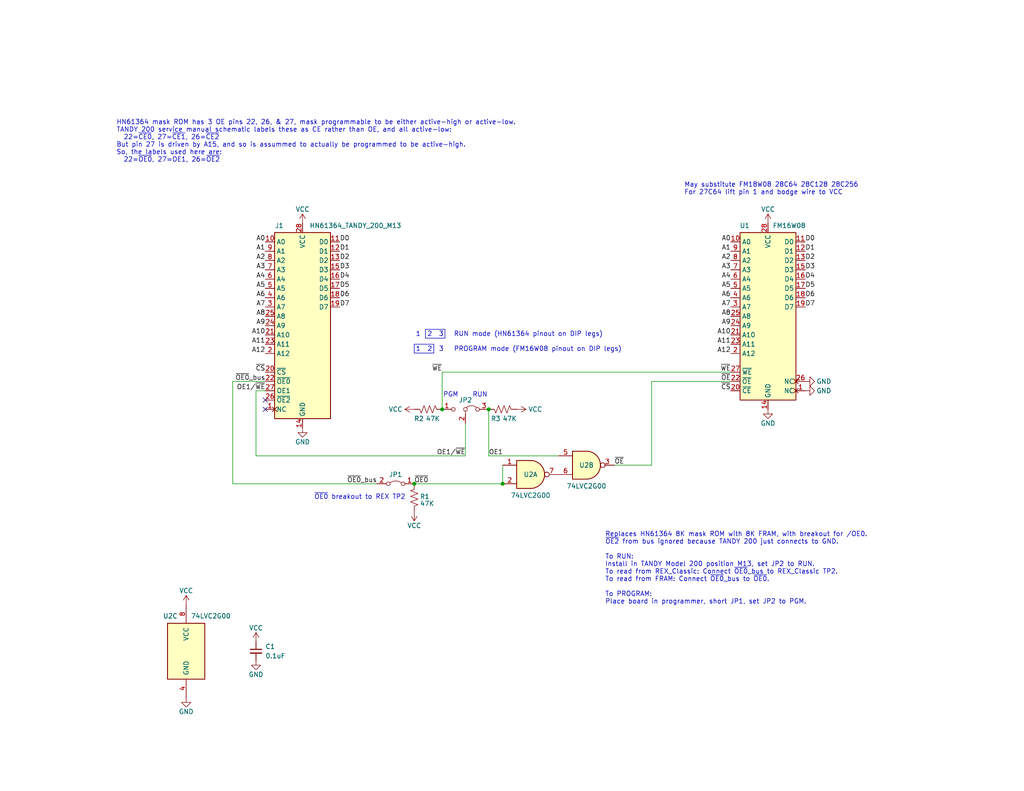
<source format=kicad_sch>
(kicad_sch (version 20211123) (generator eeschema)
  (paper "USLetter")
  (title_block (title "FlexROM_200_M13") (date "2022-11-14") (rev "001") (company "Brian K. White - b.kenyon.w@gmail.com") (comment 1 "TANDY Model 200 8K ROM M13") (comment 2 "Support REX main rom feature"))
  (lib_symbols
    (symbol "000_LOCAL:74LVC2G00" (pin_names (offset 1.016))
      (property "Reference" "U" (at -4.572 4.572 0))
      (property "Value" "74LVC2G00" (at 0 4.572 0))
      (symbol "74LVC2G00_1_1"
        (arc (start 0 -3.81) (mid 3.81 0) (end 0 3.81) (stroke (width 0.254)) (fill (type background)))
        (polyline (pts (xy 0 3.81) (xy -3.81 3.81) (xy -3.81 -3.81) (xy 0 -3.81)) (stroke (width 0.254)) (fill (type background)))
        (pin input line (at -7.62 2.54 0) (length 3.81) (name "~") (number "1"))
        (pin input line (at -7.62 -2.54 0) (length 3.81) (name "~") (number "2"))
        (pin output inverted (at 7.62 0 180) (length 3.81) (name "~") (number "7"))
      )
      (symbol "74LVC2G00_1_2"
        (arc (start -3.81 -3.81) (mid -2.589 0) (end -3.81 3.81) (stroke (width 0.254)))
        (arc (start -0.6096 -3.81) (mid 2.1842 -2.5851) (end 3.81 0) (stroke (width 0.254)) (fill (type background)))
        (polyline (pts (xy -3.81 -3.81) (xy -0.635 -3.81)) (stroke (width 0.254)) (fill (type background)))
        (polyline (pts (xy -3.81 3.81) (xy -0.635 3.81)) (stroke (width 0.254)) (fill (type background)))
        (polyline (pts (xy -0.635 3.81) (xy -3.81 3.81) (xy -3.81 3.81) (xy -3.556 3.4036) (xy -3.0226 2.2606) (xy -2.6924 1.0414) (xy -2.6162 -0.254) (xy -2.7686 -1.4986) (xy -3.175 -2.7178) (xy -3.81 -3.81) (xy -3.81 -3.81) (xy -0.635 -3.81)) (stroke (width -25.4)) (fill (type background)))
        (arc (start 3.81 0) (mid 2.1915 2.5936) (end -0.6096 3.81) (stroke (width 0.254)) (fill (type background)))
        (pin input inverted (at -7.62 2.54 0) (length 4.318) (name "~") (number "1"))
        (pin input inverted (at -7.62 -2.54 0) (length 4.318) (name "~") (number "2"))
        (pin output line (at 7.62 0 180) (length 3.81) (name "~") (number "3"))
      )
      (symbol "74LVC2G00_2_1"
        (arc (start 0 -3.81) (mid 3.81 0) (end 0 3.81) (stroke (width 0.254)) (fill (type background)))
        (polyline (pts (xy 0 3.81) (xy -3.81 3.81) (xy -3.81 -3.81) (xy 0 -3.81)) (stroke (width 0.254)) (fill (type background)))
        (pin output inverted (at 7.62 0 180) (length 3.81) (name "~") (number "3"))
        (pin input line (at -7.62 2.54 0) (length 3.81) (name "~") (number "5"))
        (pin input line (at -7.62 -2.54 0) (length 3.81) (name "~") (number "6"))
      )
      (symbol "74LVC2G00_2_2"
        (arc (start -3.81 -3.81) (mid -2.589 0) (end -3.81 3.81) (stroke (width 0.254)))
        (arc (start -0.6096 -3.81) (mid 2.1842 -2.5851) (end 3.81 0) (stroke (width 0.254)) (fill (type background)))
        (polyline (pts (xy -3.81 -3.81) (xy -0.635 -3.81)) (stroke (width 0.254)) (fill (type background)))
        (polyline (pts (xy -3.81 3.81) (xy -0.635 3.81)) (stroke (width 0.254)) (fill (type background)))
        (polyline (pts (xy -0.635 3.81) (xy -3.81 3.81) (xy -3.81 3.81) (xy -3.556 3.4036) (xy -3.0226 2.2606) (xy -2.6924 1.0414) (xy -2.6162 -0.254) (xy -2.7686 -1.4986) (xy -3.175 -2.7178) (xy -3.81 -3.81) (xy -3.81 -3.81) (xy -0.635 -3.81)) (stroke (width -25.4)) (fill (type background)))
        (arc (start 3.81 0) (mid 2.1915 2.5936) (end -0.6096 3.81) (stroke (width 0.254)) (fill (type background)))
        (pin input inverted (at -7.62 2.54 0) (length 4.318) (name "~") (number "4"))
        (pin input inverted (at -7.62 -2.54 0) (length 4.318) (name "~") (number "5"))
        (pin output line (at 7.62 0 180) (length 3.81) (name "~") (number "6"))
      )
      (symbol "74LVC2G00_3_0"
        (pin power_in line (at 0 -12.7 90) (length 5.08) (name "GND") (number "4"))
        (pin power_in line (at 0 12.7 270) (length 5.08) (name "VCC") (number "8"))
      )
      (symbol "74LVC2G00_3_1"
        (rectangle (start -5.08 7.62) (end 5.08 -7.62) (stroke (width 0.254)) (fill (type background)))
      )
      (symbol "74LVC2G00_3_2"
        (arc (start -3.81 -3.81) (mid -2.589 0) (end -3.81 3.81) (stroke (width 0.254)))
        (arc (start -0.6096 -3.81) (mid 2.1842 -2.5851) (end 3.81 0) (stroke (width 0.254)) (fill (type background)))
        (polyline (pts (xy -3.81 -3.81) (xy -0.635 -3.81)) (stroke (width 0.254)) (fill (type background)))
        (polyline (pts (xy -3.81 3.81) (xy -0.635 3.81)) (stroke (width 0.254)) (fill (type background)))
        (polyline (pts (xy -0.635 3.81) (xy -3.81 3.81) (xy -3.81 3.81) (xy -3.556 3.4036) (xy -3.0226 2.2606) (xy -2.6924 1.0414) (xy -2.6162 -0.254) (xy -2.7686 -1.4986) (xy -3.175 -2.7178) (xy -3.81 -3.81) (xy -3.81 -3.81) (xy -0.635 -3.81)) (stroke (width -25.4)) (fill (type background)))
        (arc (start 3.81 0) (mid 2.1915 2.5936) (end -0.6096 3.81) (stroke (width 0.254)) (fill (type background)))
        (pin input inverted (at -7.62 -2.54 0) (length 4.318) (name "~") (number "10"))
        (pin output line (at 7.62 0 180) (length 3.81) (name "~") (number "8"))
        (pin input inverted (at -7.62 2.54 0) (length 4.318) (name "~") (number "9"))
      )
    )
    (symbol "000_LOCAL:C_Small" (pin_numbers hide) (pin_names (offset 0.254) hide)
      (property "Reference" "C" (at 0.254 1.778 0))
      (property "Value" "C_Small" (at 0.254 -2.032 0))
      (symbol "C_Small_0_1"
        (polyline (pts (xy -1.524 -0.508) (xy 1.524 -0.508)) (stroke (width 0.3302)))
        (polyline (pts (xy -1.524 0.508) (xy 1.524 0.508)) (stroke (width 0.3048)))
      )
      (symbol "C_Small_1_1"
        (pin passive line (at 0 2.54 270) (length 2.032) (name "~") (number "1"))
        (pin passive line (at 0 -2.54 90) (length 2.032) (name "~") (number "2"))
      )
    )
    (symbol "000_LOCAL:FM16W08"
      (property "Reference" "U" (at -7.62 24.13 0))
      (property "Value" "FM16W08" (at 1.27 24.13 0))
      (symbol "FM16W08_1_1"
        (rectangle (start -7.62 22.86) (end 7.62 -22.86) (stroke (width 0.254)) (fill (type background)))
        (pin passive non_logic (at 10.16 -20.32 180) (length 2.54) (name "NC") (number "1"))
        (pin input line (at -10.16 20.32 0) (length 2.54) (name "A0") (number "10"))
        (pin tri_state line (at 10.16 20.32 180) (length 2.54) (name "D0") (number "11"))
        (pin tri_state line (at 10.16 17.78 180) (length 2.54) (name "D1") (number "12"))
        (pin tri_state line (at 10.16 15.24 180) (length 2.54) (name "D2") (number "13"))
        (pin power_in line (at 0 -25.4 90) (length 2.54) (name "GND") (number "14"))
        (pin tri_state line (at 10.16 12.7 180) (length 2.54) (name "D3") (number "15"))
        (pin tri_state line (at 10.16 10.16 180) (length 2.54) (name "D4") (number "16"))
        (pin tri_state line (at 10.16 7.62 180) (length 2.54) (name "D5") (number "17"))
        (pin tri_state line (at 10.16 5.08 180) (length 2.54) (name "D6") (number "18"))
        (pin tri_state line (at 10.16 2.54 180) (length 2.54) (name "D7") (number "19"))
        (pin input line (at -10.16 -10.16 0) (length 2.54) (name "A12") (number "2"))
        (pin input line (at -10.16 -20.32 0) (length 2.54) (name "~{CE}") (number "20"))
        (pin input line (at -10.16 -5.08 0) (length 2.54) (name "A10") (number "21"))
        (pin input line (at -10.16 -17.78 0) (length 2.54) (name "~{OE}") (number "22"))
        (pin input line (at -10.16 -7.62 0) (length 2.54) (name "A11") (number "23"))
        (pin input line (at -10.16 -2.54 0) (length 2.54) (name "A9") (number "24"))
        (pin input line (at -10.16 0 0) (length 2.54) (name "A8") (number "25"))
        (pin passive non_logic (at 10.16 -17.78 180) (length 2.54) (name "NC") (number "26"))
        (pin input line (at -10.16 -15.24 0) (length 2.54) (name "~{WE}") (number "27"))
        (pin power_in line (at 0 25.4 270) (length 2.54) (name "VCC") (number "28"))
        (pin input line (at -10.16 2.54 0) (length 2.54) (name "A7") (number "3"))
        (pin input line (at -10.16 5.08 0) (length 2.54) (name "A6") (number "4"))
        (pin input line (at -10.16 7.62 0) (length 2.54) (name "A5") (number "5"))
        (pin input line (at -10.16 10.16 0) (length 2.54) (name "A4") (number "6"))
        (pin input line (at -10.16 12.7 0) (length 2.54) (name "A3") (number "7"))
        (pin input line (at -10.16 15.24 0) (length 2.54) (name "A2") (number "8"))
        (pin input line (at -10.16 17.78 0) (length 2.54) (name "A1") (number "9"))
      )
    )
    (symbol "000_LOCAL:GND" (power) (pin_names (offset 0))
      (property "Value" "GND" (at 0 -3.81 0))
      (symbol "GND_0_1"
        (polyline (pts (xy 0 0) (xy 0 -1.27) (xy 1.27 -1.27) (xy 0 -2.54) (xy -1.27 -1.27) (xy 0 -1.27)))
      )
      (symbol "GND_1_1"
        (pin power_in line (at 0 0 270) (length 0) hide (name "GND") (number "1"))
      )
    )
    (symbol "000_LOCAL:HN61364_TANDY_200_M13"
      (property "Reference" "U" (at -7.62 26.67 0))
      (property "Value" "HN61364_TANDY_200_M13" (at 1.27 26.67 0))
      (symbol "HN61364_TANDY_200_M13_1_1"
        (rectangle (start -7.62 25.4) (end 7.62 -25.4) (stroke (width 0.254)) (fill (type background)))
        (pin passive non_logic (at -10.16 -22.86 0) (length 2.54) (name "NC") (number "1"))
        (pin input line (at -10.16 22.86 0) (length 2.54) (name "A0") (number "10"))
        (pin tri_state line (at 10.16 22.86 180) (length 2.54) (name "D0") (number "11"))
        (pin tri_state line (at 10.16 20.32 180) (length 2.54) (name "D1") (number "12"))
        (pin tri_state line (at 10.16 17.78 180) (length 2.54) (name "D2") (number "13"))
        (pin power_in line (at 0 -27.94 90) (length 2.54) (name "GND") (number "14"))
        (pin tri_state line (at 10.16 15.24 180) (length 2.54) (name "D3") (number "15"))
        (pin tri_state line (at 10.16 12.7 180) (length 2.54) (name "D4") (number "16"))
        (pin tri_state line (at 10.16 10.16 180) (length 2.54) (name "D5") (number "17"))
        (pin tri_state line (at 10.16 7.62 180) (length 2.54) (name "D6") (number "18"))
        (pin tri_state line (at 10.16 5.08 180) (length 2.54) (name "D7") (number "19"))
        (pin input line (at -10.16 -7.62 0) (length 2.54) (name "A12") (number "2"))
        (pin input line (at -10.16 -12.7 0) (length 2.54) (name "~{CS}") (number "20"))
        (pin input line (at -10.16 -2.54 0) (length 2.54) (name "A10") (number "21"))
        (pin input line (at -10.16 -15.24 0) (length 2.54) (name "~{OE0}") (number "22"))
        (pin input line (at -10.16 -5.08 0) (length 2.54) (name "A11") (number "23"))
        (pin input line (at -10.16 0 0) (length 2.54) (name "A9") (number "24"))
        (pin input line (at -10.16 2.54 0) (length 2.54) (name "A8") (number "25"))
        (pin input line (at -10.16 -20.32 0) (length 2.54) (name "~{OE2}") (number "26"))
        (pin input line (at -10.16 -17.78 0) (length 2.54) (name "OE1") (number "27"))
        (pin power_in line (at 0 27.94 270) (length 2.54) (name "VCC") (number "28"))
        (pin input line (at -10.16 5.08 0) (length 2.54) (name "A7") (number "3"))
        (pin input line (at -10.16 7.62 0) (length 2.54) (name "A6") (number "4"))
        (pin input line (at -10.16 10.16 0) (length 2.54) (name "A5") (number "5"))
        (pin input line (at -10.16 12.7 0) (length 2.54) (name "A4") (number "6"))
        (pin input line (at -10.16 15.24 0) (length 2.54) (name "A3") (number "7"))
        (pin input line (at -10.16 17.78 0) (length 2.54) (name "A2") (number "8"))
        (pin input line (at -10.16 20.32 0) (length 2.54) (name "A1") (number "9"))
      )
    )
    (symbol "000_LOCAL:Jumper_2_Bridged" (pin_names (offset 0) hide)
      (property "Reference" "JP" (at 0 1.905 0))
      (property "Value" "Jumper_2_Bridged" (at 0 -2.54 0))
      (symbol "Jumper_2_Bridged_0_0"
        (circle (center -2.032 0) (radius 0.508))
        (circle (center 2.032 0) (radius 0.508))
      )
      (symbol "Jumper_2_Bridged_0_1"
        (arc (start 1.524 0.254) (mid 0 0.762) (end -1.524 0.254))
      )
      (symbol "Jumper_2_Bridged_1_1"
        (pin passive line (at -5.08 0 0) (length 2.54) (name "A") (number "1"))
        (pin passive line (at 5.08 0 180) (length 2.54) (name "B") (number "2"))
      )
    )
    (symbol "000_LOCAL:Jumper_3_Bridged23" (pin_names (offset 0) hide)
      (property "Reference" "JP" (at 2.54 -2.54 0))
      (property "Value" "Jumper_3_Bridged23" (at 0 2.794 0))
      (symbol "Jumper_3_Bridged23_0_0"
        (circle (center -3.302 0) (radius 0.508))
        (circle (center 0 0) (radius 0.508))
        (circle (center 3.302 0) (radius 0.508))
      )
      (symbol "Jumper_3_Bridged23_0_1"
        (polyline (pts (xy 0 -1.27) (xy 0 -0.508)))
        (arc (start 3.048 0.508) (mid 1.651 0.9912) (end 0.254 0.508))
      )
      (symbol "Jumper_3_Bridged23_1_1"
        (pin passive line (at -6.35 0 0) (length 2.54) (name "1") (number "1"))
        (pin input line (at 0 -3.81 90) (length 2.54) (name "2") (number "2"))
        (pin passive line (at 6.35 0 180) (length 2.54) (name "3") (number "3"))
      )
    )
    (symbol "000_LOCAL:R_US" (pin_numbers hide) (pin_names (offset 0))
      (property "Reference" "R" (at 2.54 0 90))
      (property "Value" "R_US" (at -2.54 0 90))
      (symbol "R_US_0_1"
        (polyline (pts (xy 0 -2.286) (xy 0 -2.54)))
        (polyline (pts (xy 0 2.286) (xy 0 2.54)))
        (polyline (pts (xy 0 -0.762) (xy 1.016 -1.143) (xy 0 -1.524) (xy -1.016 -1.905) (xy 0 -2.286)))
        (polyline (pts (xy 0 0.762) (xy 1.016 0.381) (xy 0 0) (xy -1.016 -0.381) (xy 0 -0.762)))
        (polyline (pts (xy 0 2.286) (xy 1.016 1.905) (xy 0 1.524) (xy -1.016 1.143) (xy 0 0.762)))
      )
      (symbol "R_US_1_1"
        (pin passive line (at 0 3.81 270) (length 1.27) (name "~") (number "1"))
        (pin passive line (at 0 -3.81 90) (length 1.27) (name "~") (number "2"))
      )
    )
    (symbol "000_LOCAL:VCC" (power) (pin_names (offset 0))
      (property "Value" "VCC" (at 0 3.81 0))
      (symbol "VCC_0_1"
        (polyline (pts (xy -0.762 1.27) (xy 0 2.54)))
        (polyline (pts (xy 0 0) (xy 0 2.54)))
        (polyline (pts (xy 0 2.54) (xy 0.762 1.27)))
      )
      (symbol "VCC_1_1"
        (pin power_in line (at 0 0 90) (length 0) hide (name "VCC") (number "1"))
      )
    )
    (symbol "74LVC2G00_1" (pin_names (offset 1.016))
      (property "Reference" "U" (at -4.572 4.572 0))
      (property "Value" "74LVC2G00_1" (at 0 4.572 0))
      (symbol "74LVC2G00_1_1_1"
        (arc (start 0 -3.81) (mid 3.81 0) (end 0 3.81) (stroke (width 0.254)) (fill (type background)))
        (polyline (pts (xy 0 3.81) (xy -3.81 3.81) (xy -3.81 -3.81) (xy 0 -3.81)) (stroke (width 0.254)) (fill (type background)))
        (pin input line (at -7.62 2.54 0) (length 3.81) (name "~") (number "1"))
        (pin input line (at -7.62 -2.54 0) (length 3.81) (name "~") (number "2"))
        (pin output inverted (at 7.62 0 180) (length 3.81) (name "~") (number "7"))
      )
      (symbol "74LVC2G00_1_1_2"
        (arc (start -3.81 -3.81) (mid -2.589 0) (end -3.81 3.81) (stroke (width 0.254)))
        (arc (start -0.6096 -3.81) (mid 2.1842 -2.5851) (end 3.81 0) (stroke (width 0.254)) (fill (type background)))
        (polyline (pts (xy -3.81 -3.81) (xy -0.635 -3.81)) (stroke (width 0.254)) (fill (type background)))
        (polyline (pts (xy -3.81 3.81) (xy -0.635 3.81)) (stroke (width 0.254)) (fill (type background)))
        (polyline (pts (xy -0.635 3.81) (xy -3.81 3.81) (xy -3.81 3.81) (xy -3.556 3.4036) (xy -3.0226 2.2606) (xy -2.6924 1.0414) (xy -2.6162 -0.254) (xy -2.7686 -1.4986) (xy -3.175 -2.7178) (xy -3.81 -3.81) (xy -3.81 -3.81) (xy -0.635 -3.81)) (stroke (width -25.4)) (fill (type background)))
        (arc (start 3.81 0) (mid 2.1915 2.5936) (end -0.6096 3.81) (stroke (width 0.254)) (fill (type background)))
        (pin input inverted (at -7.62 2.54 0) (length 4.318) (name "~") (number "1"))
        (pin input inverted (at -7.62 -2.54 0) (length 4.318) (name "~") (number "2"))
        (pin output line (at 7.62 0 180) (length 3.81) (name "~") (number "3"))
      )
      (symbol "74LVC2G00_1_2_1"
        (arc (start 0 -3.81) (mid 3.81 0) (end 0 3.81) (stroke (width 0.254)) (fill (type background)))
        (polyline (pts (xy 0 3.81) (xy -3.81 3.81) (xy -3.81 -3.81) (xy 0 -3.81)) (stroke (width 0.254)) (fill (type background)))
        (pin output inverted (at 7.62 0 180) (length 3.81) (name "~") (number "3"))
        (pin input line (at -7.62 2.54 0) (length 3.81) (name "~") (number "5"))
        (pin input line (at -7.62 -2.54 0) (length 3.81) (name "~") (number "6"))
      )
      (symbol "74LVC2G00_1_2_2"
        (arc (start -3.81 -3.81) (mid -2.589 0) (end -3.81 3.81) (stroke (width 0.254)))
        (arc (start -0.6096 -3.81) (mid 2.1842 -2.5851) (end 3.81 0) (stroke (width 0.254)) (fill (type background)))
        (polyline (pts (xy -3.81 -3.81) (xy -0.635 -3.81)) (stroke (width 0.254)) (fill (type background)))
        (polyline (pts (xy -3.81 3.81) (xy -0.635 3.81)) (stroke (width 0.254)) (fill (type background)))
        (polyline (pts (xy -0.635 3.81) (xy -3.81 3.81) (xy -3.81 3.81) (xy -3.556 3.4036) (xy -3.0226 2.2606) (xy -2.6924 1.0414) (xy -2.6162 -0.254) (xy -2.7686 -1.4986) (xy -3.175 -2.7178) (xy -3.81 -3.81) (xy -3.81 -3.81) (xy -0.635 -3.81)) (stroke (width -25.4)) (fill (type background)))
        (arc (start 3.81 0) (mid 2.1915 2.5936) (end -0.6096 3.81) (stroke (width 0.254)) (fill (type background)))
        (pin input inverted (at -7.62 2.54 0) (length 4.318) (name "~") (number "4"))
        (pin input inverted (at -7.62 -2.54 0) (length 4.318) (name "~") (number "5"))
        (pin output line (at 7.62 0 180) (length 3.81) (name "~") (number "6"))
      )
      (symbol "74LVC2G00_1_3_0"
        (pin power_in line (at 0 -12.7 90) (length 5.08) (name "GND") (number "4"))
        (pin power_in line (at 0 12.7 270) (length 5.08) (name "VCC") (number "8"))
      )
      (symbol "74LVC2G00_1_3_1"
        (rectangle (start -5.08 7.62) (end 5.08 -7.62) (stroke (width 0.254)) (fill (type background)))
      )
      (symbol "74LVC2G00_1_3_2"
        (arc (start -3.81 -3.81) (mid -2.589 0) (end -3.81 3.81) (stroke (width 0.254)))
        (arc (start -0.6096 -3.81) (mid 2.1842 -2.5851) (end 3.81 0) (stroke (width 0.254)) (fill (type background)))
        (polyline (pts (xy -3.81 -3.81) (xy -0.635 -3.81)) (stroke (width 0.254)) (fill (type background)))
        (polyline (pts (xy -3.81 3.81) (xy -0.635 3.81)) (stroke (width 0.254)) (fill (type background)))
        (polyline (pts (xy -0.635 3.81) (xy -3.81 3.81) (xy -3.81 3.81) (xy -3.556 3.4036) (xy -3.0226 2.2606) (xy -2.6924 1.0414) (xy -2.6162 -0.254) (xy -2.7686 -1.4986) (xy -3.175 -2.7178) (xy -3.81 -3.81) (xy -3.81 -3.81) (xy -0.635 -3.81)) (stroke (width -25.4)) (fill (type background)))
        (arc (start 3.81 0) (mid 2.1915 2.5936) (end -0.6096 3.81) (stroke (width 0.254)) (fill (type background)))
        (pin input inverted (at -7.62 -2.54 0) (length 4.318) (name "~") (number "10"))
        (pin output line (at 7.62 0 180) (length 3.81) (name "~") (number "8"))
        (pin input inverted (at -7.62 2.54 0) (length 4.318) (name "~") (number "9"))
      )
    )
    (symbol "power:GND" (power) (pin_names (offset 0))
      (property "Value" "GND" (at 0 -3.81 0))
      (symbol "GND_0_1"
        (polyline (pts (xy 0 0) (xy 0 -1.27) (xy 1.27 -1.27) (xy 0 -2.54) (xy -1.27 -1.27) (xy 0 -1.27)))
      )
      (symbol "GND_1_1"
        (pin power_in line (at 0 0 270) (length 0) hide (name "GND") (number "1"))
      )
    )
  )
  (junction (at 113.03 132.08))
  (junction (at 133.35 111.76))
  (junction (at 137.16 132.08))
  (junction (at 120.65 111.76))
  (no_connect (at 72.39 109.22))
  (no_connect (at 72.39 111.76))
  (polyline (pts (xy 118.364 93.98) (xy 118.364 96.393)) (stroke (width 0) (type solid)))
  (wire (pts (xy 120.65 101.6) (xy 199.39 101.6)))
  (wire (pts (xy 69.85 124.46) (xy 127 124.46)))
  (wire (pts (xy 177.8 104.14) (xy 177.8 127)))
  (wire (pts (xy 63.5 104.14) (xy 63.5 132.08)))
  (wire (pts (xy 137.16 127) (xy 137.16 132.08)))
  (wire (pts (xy 72.39 106.68) (xy 69.85 106.68)))
  (polyline (pts (xy 116.078 92.329) (xy 116.078 89.916)) (stroke (width 0) (type solid)))
  (wire (pts (xy 133.35 111.76) (xy 133.35 124.46)))
  (polyline (pts (xy 113.03 93.98) (xy 118.364 93.98)) (stroke (width 0) (type solid)))
  (polyline (pts (xy 121.412 92.329) (xy 116.078 92.329)) (stroke (width 0) (type solid)))
  (wire (pts (xy 177.8 104.14) (xy 199.39 104.14)))
  (wire (pts (xy 113.03 132.08) (xy 137.16 132.08)))
  (wire (pts (xy 167.64 127) (xy 177.8 127)))
  (polyline (pts (xy 116.078 89.916) (xy 121.412 89.916)) (stroke (width 0) (type solid)))
  (wire (pts (xy 63.5 132.08) (xy 102.87 132.08)))
  (wire (pts (xy 120.65 101.6) (xy 120.65 111.76)))
  (polyline (pts (xy 118.364 96.393) (xy 113.03 96.393)) (stroke (width 0) (type solid)))
  (wire (pts (xy 127 124.46) (xy 127 115.57)))
  (polyline (pts (xy 121.412 89.916) (xy 121.412 92.329)) (stroke (width 0) (type solid)))
  (wire (pts (xy 69.85 106.68) (xy 69.85 124.46)))
  (wire (pts (xy 72.39 104.14) (xy 63.5 104.14)))
  (wire (pts (xy 152.4 124.46) (xy 133.35 124.46)))
  (polyline (pts (xy 113.03 96.393) (xy 113.03 93.98)) (stroke (width 0) (type solid)))
  (text "HN61364 mask ROM has 3 OE pins 22, 26, & 27, mask programmable to be either active-high or active-low.\nTANDY 200 service manual schematic labels these as CE rather than OE, and all active-low:\n  22=~{CE0}, 27=~{CE1}, 26=~{CE2}\nBut pin 27 is driven by A15, and so is assummed to actually be programmed to be active-high.\nSo, the labels used here are:\n  22=~{OE0}, 27=OE1, 26=~{OE2}\n" (at 31.75 44.45 0) (effects (font (size 1.27 1.27)) (justify left bottom)))
  (text "Replaces HN61364 8K mask ROM with 8K FRAM, with breakout for /OE0.\n~{OE2} from bus ignored because TANDY 200 just connects to GND.\n\nTo RUN:\nInstall in TANDY Model 200 position M13, set JP2 to RUN.\nTo read from REX_Classic: Connect ~{OE0}_bus to REX_Classic TP2.\nTo read from FRAM: Connect ~{OE0}_bus to ~{OE0}.\n\nTo PROGRAM:\nPlace board in programmer, short JP1, set JP2 to PGM.\n" (at 165.1 165.1 0) (effects (font (size 1.27 1.27)) (justify left bottom)))
  (text "PGM" (at 125.095 108.585 180) (effects (font (size 1.27 1.27)) (justify right bottom)))
  (text "~{OE0} breakout to REX TP2" (at 85.725 136.525 0) (effects (font (size 1.27 1.27)) (justify left bottom)))
  (text "RUN" (at 128.905 108.585 0) (effects (font (size 1.27 1.27)) (justify left bottom)))
  (text "May substitute FM18W08 28C64 28C128 28C256\nFor 27C64 lift pin 1 and bodge wire to VCC" (at 186.69 53.34 0) (effects (font (size 1.27 1.27)) (justify left bottom)))
  (text "1  2  3   RUN mode (HN61364 pinout on DIP legs)\n\n1  2  3   PROGRAM mode (FM16W08 pinout on DIP legs)" (at 113.411 96.139 0) (effects (font (size 1.27 1.27)) (justify left bottom)))
  (label "~{OE}" (at 199.39 104.14 180))
  (label "A3" (at 72.39 73.66 180))
  (label "A9" (at 72.39 88.9 180))
  (label "OE1" (at 133.35 124.46 0))
  (label "~{CS}" (at 72.39 101.6 180))
  (label "OE1{slash}~{WE}" (at 127 124.46 180))
  (label "A10" (at 199.39 91.44 180))
  (label "A6" (at 72.39 81.28 180))
  (label "A0" (at 199.39 66.04 180))
  (label "D7" (at 219.71 83.82 0))
  (label "OE1{slash}~{WE}" (at 72.39 106.68 180))
  (label "A5" (at 199.39 78.74 180))
  (label "A9" (at 199.39 88.9 180))
  (label "D2" (at 219.71 71.12 0))
  (label "A4" (at 199.39 76.2 180))
  (label "D4" (at 92.71 76.2 0))
  (label "A2" (at 199.39 71.12 180))
  (label "A11" (at 199.39 93.98 180))
  (label "A6" (at 199.39 81.28 180))
  (label "D5" (at 92.71 78.74 0))
  (label "D0" (at 92.71 66.04 0))
  (label "~{WE}" (at 199.39 101.6 180))
  (label "A10" (at 72.39 91.44 180))
  (label "A1" (at 72.39 68.58 180))
  (label "A7" (at 72.39 83.82 180))
  (label "D6" (at 92.71 81.28 0))
  (label "A1" (at 199.39 68.58 180))
  (label "A3" (at 199.39 73.66 180))
  (label "D1" (at 219.71 68.58 0))
  (label "~{WE}" (at 120.65 101.6 180))
  (label "A2" (at 72.39 71.12 180))
  (label "D2" (at 92.71 71.12 0))
  (label "D7" (at 92.71 83.82 0))
  (label "A8" (at 199.39 86.36 180))
  (label "~{OE}" (at 167.64 127 0))
  (label "D6" (at 219.71 81.28 0))
  (label "D4" (at 219.71 76.2 0))
  (label "A8" (at 72.39 86.36 180))
  (label "A11" (at 72.39 93.98 180))
  (label "D0" (at 219.71 66.04 0))
  (label "A4" (at 72.39 76.2 180))
  (label "A5" (at 72.39 78.74 180))
  (label "D3" (at 219.71 73.66 0))
  (label "A0" (at 72.39 66.04 180))
  (label "~{OE0}_bus" (at 102.87 132.08 180))
  (label "~{CS}" (at 199.39 106.68 180))
  (label "~{OE0}_bus" (at 72.39 104.14 180))
  (label "D3" (at 92.71 73.66 0))
  (label "D1" (at 92.71 68.58 0))
  (label "A12" (at 199.39 96.52 180))
  (label "D5" (at 219.71 78.74 0))
  (label "A7" (at 199.39 83.82 180))
  (label "A12" (at 72.39 96.52 180))
  (label "~{OE0}" (at 113.03 132.08 0))
  (symbol (lib_id "000_LOCAL:FM16W08") (at 209.55 86.36 0) (unit 1)
    (property "Reference" "U1" (at 203.2 61.595 0))
    (property "Value" "FM16W08" (at 210.82 61.595 0) (effects (justify left)))
    (property "Footprint" "000_LOCAL:SOIC28W" (effects hide))
    (property "Datasheet" "http://ww1.microchip.com/downloads/en/DeviceDoc/doc0006.pdf" (effects hide))
  )
  (symbol (lib_id "000_LOCAL:HN61364_TANDY_200_M13") (at 82.55 88.9 0) (unit 1)
    (property "Reference" "J1" (at 76.2 61.595 0))
    (property "Value" "HN61364_TANDY_200_M13" (at 84.455 61.595 0) (effects (justify left)))
    (property "Footprint" "000_LOCAL:DIP-28_W15.24mm_pcb_sil_pins" (effects hide))
    (property "Datasheet" "http://ww1.microchip.com/downloads/en/DeviceDoc/doc0014.pdf" (effects hide))
  )
  (symbol (lib_id "000_LOCAL:R_US") (at 113.03 135.89 0) (mirror y) (unit 1)
    (property "Reference" "R1" (at 115.8875 135.5725 0))
    (property "Value" "47K" (at 116.5225 137.4775 0))
    (property "Footprint" "000_LOCAL:R_0805" (effects hide))
  )
  (symbol (lib_id "000_LOCAL:R_US") (at 137.16 111.76 90) (mirror x) (unit 1)
    (property "Reference" "R3" (at 135.255 114.3 90))
    (property "Value" "47K" (at 139.065 114.3 90))
    (property "Footprint" "000_LOCAL:R_0805" (effects hide))
  )
  (symbol (lib_id "power:GND") (at 69.85 180.34 0) (unit 1)
    (property "Reference" "#PWR0111" (effects hide))
    (property "Value" "GND" (at 69.85 184.15 0))
  )
  (symbol (lib_id "000_LOCAL:GND") (at 219.71 104.14 90) (unit 1)
    (property "Reference" "#PWR0112" (effects hide))
    (property "Value" "GND" (at 224.79 104.14 90))
  )
  (symbol (lib_id "000_LOCAL:Jumper_3_Bridged23") (at 127 111.76 0) (unit 1)
    (property "Reference" "JP2" (at 127 109.22 0))
    (property "Value" "Jumper_3_Bridged23" (effects hide))
    (property "Footprint" "000_LOCAL:PinHeader_1x03_P2.00mm_Horizontal" (effects hide))
  )
  (symbol (lib_id "000_LOCAL:VCC") (at 140.97 111.76 270) (mirror x) (unit 1)
    (property "Reference" "#PWR0101" (effects hide))
    (property "Value" "VCC" (at 144.145 111.76 90) (effects (justify left)))
  )
  (symbol (lib_id "000_LOCAL:VCC") (at 209.55 60.96 0) (unit 1)
    (property "Reference" "#PWR0109" (effects hide))
    (property "Value" "VCC" (at 209.55 57.15 0))
  )
  (symbol (lib_name "74LVC2G00_1") (lib_id "000_LOCAL:74LVC2G00") (at 144.78 129.54 0) (unit 1)
    (property "Reference" "U2" (at 144.78 129.54 0))
    (property "Value" "74LVC2G00" (at 144.78 135.255 0))
    (property "Footprint" "000_LOCAL:SSOP-8_2.95x2.8x0.65" (effects hide))
    (property "Datasheet" "https://www.ti.com/lit/gpn/sn74lvc2g00" (effects hide))
  )
  (symbol (lib_id "000_LOCAL:74LVC2G00") (at 50.8 177.8 0) (unit 3)
    (property "Reference" "U2" (at 44.45 168.91 0) (effects (justify left bottom)))
    (property "Value" "74LVC2G00" (at 52.07 168.91 0) (effects (justify left bottom)))
    (property "Footprint" "000_LOCAL:SSOP-8_2.95x2.8x0.65" (effects hide))
    (property "Datasheet" "https://www.ti.com/lit/gpn/sn74lvc2g00" (effects hide))
  )
  (symbol (lib_id "000_LOCAL:VCC") (at 113.03 111.76 90) (unit 1)
    (property "Reference" "#PWR0106" (effects hide))
    (property "Value" "VCC" (at 109.855 111.76 90) (effects (justify left)))
  )
  (symbol (lib_id "000_LOCAL:C_Small") (at 69.85 177.8 0) (unit 1)
    (property "Reference" "C1" (at 72.39 176.5362 0) (effects (justify left)))
    (property "Value" "0.1uF" (at 72.39 179.0762 0) (effects (justify left)))
    (property "Footprint" "000_LOCAL:C_0805" (effects hide))
  )
  (symbol (lib_id "000_LOCAL:GND") (at 82.55 116.84 0) (unit 1)
    (property "Reference" "#PWR0107" (effects hide))
    (property "Value" "GND" (at 82.55 120.65 0))
  )
  (symbol (lib_id "000_LOCAL:GND") (at 219.71 106.68 90) (unit 1)
    (property "Reference" "#PWR0113" (effects hide))
    (property "Value" "GND" (at 224.79 106.68 90))
  )
  (symbol (lib_id "000_LOCAL:74LVC2G00") (at 160.02 127 0) (unit 2)
    (property "Reference" "U2" (at 160.02 127 0))
    (property "Value" "74LVC2G00" (at 160.02 132.715 0))
    (property "Footprint" "000_LOCAL:SSOP-8_2.95x2.8x0.65" (effects hide))
    (property "Datasheet" "https://www.ti.com/lit/gpn/sn74lvc2g00" (effects hide))
  )
  (symbol (lib_id "000_LOCAL:VCC") (at 69.85 175.26 0) (unit 1)
    (property "Reference" "#PWR0110" (effects hide))
    (property "Value" "VCC" (at 69.85 171.45 0))
  )
  (symbol (lib_id "000_LOCAL:GND") (at 209.55 111.76 0) (unit 1)
    (property "Reference" "#PWR0102" (effects hide))
    (property "Value" "GND" (at 209.55 115.57 0))
  )
  (symbol (lib_id "000_LOCAL:R_US") (at 116.84 111.76 90) (mirror x) (unit 1)
    (property "Reference" "R2" (at 114.3 114.3 90))
    (property "Value" "47K" (at 118.11 114.3 90))
    (property "Footprint" "000_LOCAL:R_0805" (effects hide))
  )
  (symbol (lib_id "000_LOCAL:VCC") (at 113.03 139.7 0) (mirror x) (unit 1)
    (property "Reference" "#PWR0103" (effects hide))
    (property "Value" "VCC" (at 113.03 143.51 0))
  )
  (symbol (lib_id "000_LOCAL:VCC") (at 50.8 165.1 0) (unit 1)
    (property "Reference" "#PWR0104" (effects hide))
    (property "Value" "VCC" (at 50.8 161.29 0))
  )
  (symbol (lib_id "000_LOCAL:VCC") (at 82.55 60.96 0) (unit 1)
    (property "Reference" "#PWR0108" (effects hide))
    (property "Value" "VCC" (at 82.55 57.15 0))
  )
  (symbol (lib_id "000_LOCAL:Jumper_2_Bridged") (at 107.95 132.08 0) (mirror y) (unit 1)
    (property "Reference" "JP1" (at 107.95 129.54 0))
    (property "Value" "Jumper_2_bridged" (effects hide))
    (property "Footprint" "000_LOCAL:Pin_Header_Angled_1x02_Pitch2.54mm" (effects hide))
  )
  (symbol (lib_id "power:GND") (at 50.8 190.5 0) (unit 1)
    (property "Reference" "#PWR0105" (effects hide))
    (property "Value" "GND" (at 50.8 194.31 0))
  )
)
</source>
